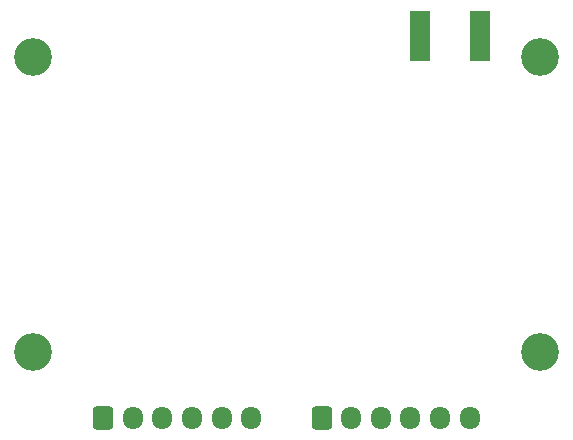
<source format=gbs>
%TF.GenerationSoftware,KiCad,Pcbnew,8.0.8*%
%TF.CreationDate,2025-04-18T09:22:24-04:00*%
%TF.ProjectId,RF4463F30-test-board,52463434-3633-4463-9330-2d746573742d,rev?*%
%TF.SameCoordinates,Original*%
%TF.FileFunction,Soldermask,Bot*%
%TF.FilePolarity,Negative*%
%FSLAX46Y46*%
G04 Gerber Fmt 4.6, Leading zero omitted, Abs format (unit mm)*
G04 Created by KiCad (PCBNEW 8.0.8) date 2025-04-18 09:22:24*
%MOMM*%
%LPD*%
G01*
G04 APERTURE LIST*
G04 Aperture macros list*
%AMRoundRect*
0 Rectangle with rounded corners*
0 $1 Rounding radius*
0 $2 $3 $4 $5 $6 $7 $8 $9 X,Y pos of 4 corners*
0 Add a 4 corners polygon primitive as box body*
4,1,4,$2,$3,$4,$5,$6,$7,$8,$9,$2,$3,0*
0 Add four circle primitives for the rounded corners*
1,1,$1+$1,$2,$3*
1,1,$1+$1,$4,$5*
1,1,$1+$1,$6,$7*
1,1,$1+$1,$8,$9*
0 Add four rect primitives between the rounded corners*
20,1,$1+$1,$2,$3,$4,$5,0*
20,1,$1+$1,$4,$5,$6,$7,0*
20,1,$1+$1,$6,$7,$8,$9,0*
20,1,$1+$1,$8,$9,$2,$3,0*%
G04 Aperture macros list end*
%ADD10C,3.200000*%
%ADD11RoundRect,0.250000X-0.600000X-0.725000X0.600000X-0.725000X0.600000X0.725000X-0.600000X0.725000X0*%
%ADD12O,1.700000X1.950000*%
%ADD13RoundRect,0.101600X-0.762000X-2.032000X0.762000X-2.032000X0.762000X2.032000X-0.762000X2.032000X0*%
G04 APERTURE END LIST*
D10*
%TO.C,H1*%
X183000000Y-103000000D03*
%TD*%
D11*
%TO.C,J1*%
X164500000Y-108550000D03*
D12*
X167000000Y-108550000D03*
X169500000Y-108550000D03*
X172000000Y-108550000D03*
X174500000Y-108550000D03*
X177000000Y-108550000D03*
%TD*%
D10*
%TO.C,H2*%
X140000000Y-103000000D03*
%TD*%
D11*
%TO.C,J2*%
X146000000Y-108550000D03*
D12*
X148500000Y-108550000D03*
X151000000Y-108550000D03*
X153500000Y-108550000D03*
X156000000Y-108550000D03*
X158500000Y-108550000D03*
%TD*%
D13*
%TO.C,ANT1*%
X177880000Y-76200000D03*
X172800000Y-76200000D03*
%TD*%
D10*
%TO.C,H3*%
X183000000Y-78000000D03*
%TD*%
%TO.C,H4*%
X140000000Y-78000000D03*
%TD*%
M02*

</source>
